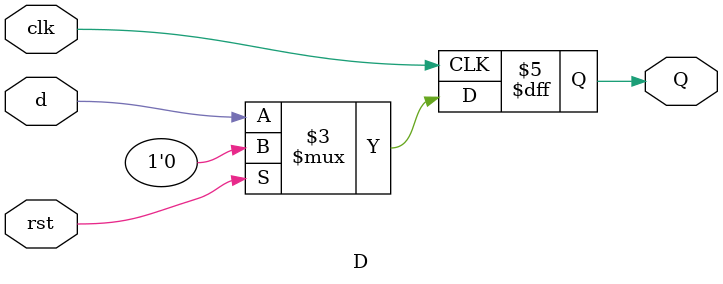
<source format=v>
module D (
  input wire d,
  input wire clk,
  input wire rst,
  output reg Q
);
  always @(posedge clk) begin
    if(rst)
      Q <= 0;
    else
      Q <= d;
  end
endmodule

</source>
